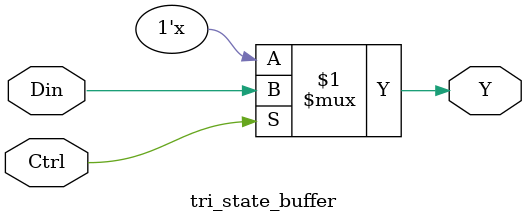
<source format=v>
/********************************************************************************************
Filename    :      tri_state_buffer.v
Description :      Tri State buffer RTL 
Author Name :      Sajeel Abid Parray
Language    :      Verilog HDL
Project     :      Tri state buffer 
Date        :      30-November-2025
*********************************************************************************************/

module tri_state_buffer (Din,Ctrl,Y);

input Din, Ctrl;
output Y;

assign Y= Ctrl? Din : 1'bz;      //If Ctrl=1, output Din else high impedance state z

endmodule

</source>
